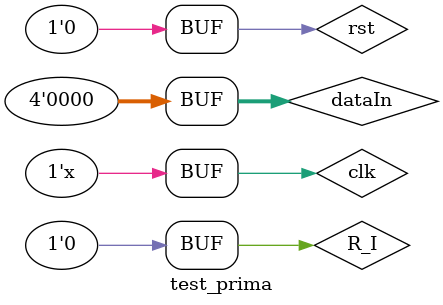
<source format=v>
`timescale 1ns / 1ps

module test_prima();
reg [3:0] dataIn;
wire [19:0] dataOut;
reg clk, rst;
//reg [2:0] addra, addrb;
wire R_O;
wire red;
reg R_I, get_out;
//[19:0] dataIn, R_I, clk, reset, output [19:0] dataOut, reg R_O 

prima fsm(
    //.addra(addra),
    //.addrb(addrb),
    .dataIn(dataIn),
    .clk(clk),
    .R_I(R_I),
    .get_out(get_out),
    .rst(rst),
    .R_O(R_O),
    .dataOut(dataOut),
    .RED_LED(red)
);

initial
begin
rst = 0;
get_out = 0;
clk = 0;
//R_I = 0;
//#10

//dataIn = 4'd5;// ïåðåäàåì êîëè÷åñòâî âåðøèí
////addra = 3'h0;
//R_I = 0;
//#10
//R_I = 1;
//#10

//dataIn = 20'h07050;
dataIn = 4'h0;
R_I = 0;
#10
R_I = 1;
#10

dataIn = 4'h7;
R_I = 0;
#10
R_I = 1;
#10

dataIn = 4'h0;
R_I = 0;
#10
R_I = 1;
#10

dataIn = 4'h5;
R_I = 0;
#10
R_I = 1;
#10

dataIn = 4'h0;
R_I = 0;
#10
R_I = 1;
#10

//----------------------------------//dataIn = 20'h70897;

//dataIn = 20'h70897;
dataIn = 4'h7;
R_I = 0;
#10
R_I = 1;
#10

dataIn = 4'h0;
R_I = 0;
#10
R_I = 1;
#10

dataIn = 4'h8;
R_I = 0;
#10
R_I = 1;
#10

dataIn = 4'h9;
R_I = 0;
#10
R_I = 1;
#10

dataIn = 4'h7;
R_I = 0;
#10
R_I = 1;
#10

//---------------------------------//dataIn = 20'h08005;

//dataIn = 20'h08005;
dataIn = 4'h0;
R_I = 0;
#10
R_I = 1;
#10

dataIn = 4'h8;
R_I = 0;
#10
R_I = 1;
#10

dataIn = 4'h0;
R_I = 0;
#10
R_I = 1;
#10

dataIn = 4'h0;
R_I = 0;
#10
R_I = 1;
#10

dataIn = 4'h5;
R_I = 0;
#10
R_I = 1;
#10

//-----------------------------------------//dataIn = 20'h5900F;

//dataIn = 20'h5900F;
dataIn = 4'h5;
R_I = 0;
#10
R_I = 1;
#10

dataIn = 4'h9;
R_I = 0;
#10
R_I = 1;
#10

dataIn = 4'h0;
R_I = 0;
#10
R_I = 1;
#10

dataIn = 4'h0;
R_I = 0;
#10
R_I = 1;
#10

dataIn = 4'hF;
R_I = 0;
#10
R_I = 1;
#10

//----------------------------------------//dataIn = 20'h075f0;

//dataIn = 20'h075f0;
dataIn = 4'h0;
R_I = 0;
#10
R_I = 1;
#10

dataIn = 4'h7;
R_I = 0;
#10
R_I = 1;
#10

dataIn = 4'h5;
R_I = 0;
#10
R_I = 1;
#10

dataIn = 4'hF;
R_I = 0;
#10
R_I = 1;
#10

dataIn = 4'h0;
R_I = 0;
#10
R_I = 1;
#10
R_I = 0;

end


always@(posedge clk)
begin
    if(R_O)
        #20 get_out = ~get_out;
end

always #10 clk = ~clk;

endmodule


</source>
